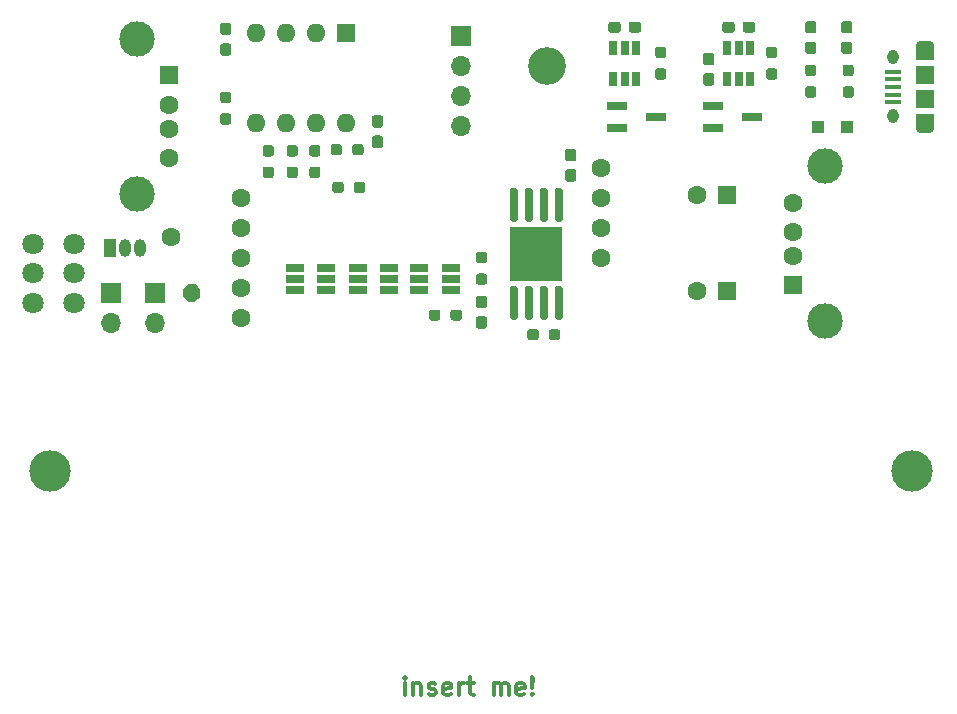
<source format=gbr>
%TF.GenerationSoftware,KiCad,Pcbnew,(5.1.9)-1*%
%TF.CreationDate,2021-05-12T15:20:05-07:00*%
%TF.ProjectId,vive_ups,76697665-5f75-4707-932e-6b696361645f,rev?*%
%TF.SameCoordinates,Original*%
%TF.FileFunction,Soldermask,Top*%
%TF.FilePolarity,Negative*%
%FSLAX46Y46*%
G04 Gerber Fmt 4.6, Leading zero omitted, Abs format (unit mm)*
G04 Created by KiCad (PCBNEW (5.1.9)-1) date 2021-05-12 15:20:05*
%MOMM*%
%LPD*%
G01*
G04 APERTURE LIST*
%ADD10C,0.300000*%
%ADD11C,1.600000*%
%ADD12O,1.700000X1.700000*%
%ADD13R,1.700000X1.700000*%
%ADD14R,1.000000X1.000000*%
%ADD15C,3.200000*%
%ADD16R,4.450001X4.570001*%
%ADD17R,1.600000X1.600000*%
%ADD18C,1.800000*%
%ADD19O,1.550000X0.890000*%
%ADD20R,1.550000X1.200000*%
%ADD21R,1.550000X1.500000*%
%ADD22O,0.950000X1.250000*%
%ADD23R,1.350000X0.400000*%
%ADD24C,3.500000*%
%ADD25R,1.560000X0.650000*%
%ADD26R,1.500000X1.600000*%
%ADD27C,3.000000*%
%ADD28O,1.600000X1.600000*%
%ADD29R,0.650000X1.220000*%
%ADD30R,1.000000X1.500000*%
%ADD31O,1.000000X1.500000*%
%ADD32R,1.800000X0.800000*%
G04 APERTURE END LIST*
D10*
X96715142Y-152062571D02*
X96715142Y-151062571D01*
X96715142Y-150562571D02*
X96643714Y-150634000D01*
X96715142Y-150705428D01*
X96786571Y-150634000D01*
X96715142Y-150562571D01*
X96715142Y-150705428D01*
X97429428Y-151062571D02*
X97429428Y-152062571D01*
X97429428Y-151205428D02*
X97500857Y-151134000D01*
X97643714Y-151062571D01*
X97858000Y-151062571D01*
X98000857Y-151134000D01*
X98072285Y-151276857D01*
X98072285Y-152062571D01*
X98715142Y-151991142D02*
X98858000Y-152062571D01*
X99143714Y-152062571D01*
X99286571Y-151991142D01*
X99358000Y-151848285D01*
X99358000Y-151776857D01*
X99286571Y-151634000D01*
X99143714Y-151562571D01*
X98929428Y-151562571D01*
X98786571Y-151491142D01*
X98715142Y-151348285D01*
X98715142Y-151276857D01*
X98786571Y-151134000D01*
X98929428Y-151062571D01*
X99143714Y-151062571D01*
X99286571Y-151134000D01*
X100572285Y-151991142D02*
X100429428Y-152062571D01*
X100143714Y-152062571D01*
X100000857Y-151991142D01*
X99929428Y-151848285D01*
X99929428Y-151276857D01*
X100000857Y-151134000D01*
X100143714Y-151062571D01*
X100429428Y-151062571D01*
X100572285Y-151134000D01*
X100643714Y-151276857D01*
X100643714Y-151419714D01*
X99929428Y-151562571D01*
X101286571Y-152062571D02*
X101286571Y-151062571D01*
X101286571Y-151348285D02*
X101358000Y-151205428D01*
X101429428Y-151134000D01*
X101572285Y-151062571D01*
X101715142Y-151062571D01*
X102000857Y-151062571D02*
X102572285Y-151062571D01*
X102215142Y-150562571D02*
X102215142Y-151848285D01*
X102286571Y-151991142D01*
X102429428Y-152062571D01*
X102572285Y-152062571D01*
X104215142Y-152062571D02*
X104215142Y-151062571D01*
X104215142Y-151205428D02*
X104286571Y-151134000D01*
X104429428Y-151062571D01*
X104643714Y-151062571D01*
X104786571Y-151134000D01*
X104858000Y-151276857D01*
X104858000Y-152062571D01*
X104858000Y-151276857D02*
X104929428Y-151134000D01*
X105072285Y-151062571D01*
X105286571Y-151062571D01*
X105429428Y-151134000D01*
X105500857Y-151276857D01*
X105500857Y-152062571D01*
X106786571Y-151991142D02*
X106643714Y-152062571D01*
X106358000Y-152062571D01*
X106215142Y-151991142D01*
X106143714Y-151848285D01*
X106143714Y-151276857D01*
X106215142Y-151134000D01*
X106358000Y-151062571D01*
X106643714Y-151062571D01*
X106786571Y-151134000D01*
X106858000Y-151276857D01*
X106858000Y-151419714D01*
X106143714Y-151562571D01*
X107500857Y-151919714D02*
X107572285Y-151991142D01*
X107500857Y-152062571D01*
X107429428Y-151991142D01*
X107500857Y-151919714D01*
X107500857Y-152062571D01*
X107500857Y-151491142D02*
X107429428Y-150634000D01*
X107500857Y-150562571D01*
X107572285Y-150634000D01*
X107500857Y-151491142D01*
X107500857Y-150562571D01*
%TO.C,R13*%
G36*
G01*
X78375046Y-117255085D02*
X78375046Y-117255085D01*
G75*
G02*
X79400416Y-117733223I273616J-751754D01*
G01*
X79400416Y-117733223D01*
G75*
G02*
X78922278Y-118758593I-751754J-273616D01*
G01*
X78922278Y-118758593D01*
G75*
G02*
X77896908Y-118280455I-273616J751754D01*
G01*
X77896908Y-118280455D01*
G75*
G02*
X78375046Y-117255085I751754J273616D01*
G01*
G37*
D11*
X76911200Y-113233200D03*
%TD*%
%TO.C,C1*%
G36*
G01*
X94623900Y-104018200D02*
X94148900Y-104018200D01*
G75*
G02*
X93911400Y-103780700I0J237500D01*
G01*
X93911400Y-103180700D01*
G75*
G02*
X94148900Y-102943200I237500J0D01*
G01*
X94623900Y-102943200D01*
G75*
G02*
X94861400Y-103180700I0J-237500D01*
G01*
X94861400Y-103780700D01*
G75*
G02*
X94623900Y-104018200I-237500J0D01*
G01*
G37*
G36*
G01*
X94623900Y-105743200D02*
X94148900Y-105743200D01*
G75*
G02*
X93911400Y-105505700I0J237500D01*
G01*
X93911400Y-104905700D01*
G75*
G02*
X94148900Y-104668200I237500J0D01*
G01*
X94623900Y-104668200D01*
G75*
G02*
X94861400Y-104905700I0J-237500D01*
G01*
X94861400Y-105505700D01*
G75*
G02*
X94623900Y-105743200I-237500J0D01*
G01*
G37*
%TD*%
D12*
%TO.C,J3*%
X101447600Y-103835200D03*
X101447600Y-101295200D03*
X101447600Y-98755200D03*
D13*
X101447600Y-96215200D03*
%TD*%
D12*
%TO.C,BZ2*%
X71780400Y-120548400D03*
D13*
X71780400Y-118008400D03*
%TD*%
%TO.C,R14*%
G36*
G01*
X81296500Y-102787000D02*
X81771500Y-102787000D01*
G75*
G02*
X82009000Y-103024500I0J-237500D01*
G01*
X82009000Y-103524500D01*
G75*
G02*
X81771500Y-103762000I-237500J0D01*
G01*
X81296500Y-103762000D01*
G75*
G02*
X81059000Y-103524500I0J237500D01*
G01*
X81059000Y-103024500D01*
G75*
G02*
X81296500Y-102787000I237500J0D01*
G01*
G37*
G36*
G01*
X81296500Y-100962000D02*
X81771500Y-100962000D01*
G75*
G02*
X82009000Y-101199500I0J-237500D01*
G01*
X82009000Y-101699500D01*
G75*
G02*
X81771500Y-101937000I-237500J0D01*
G01*
X81296500Y-101937000D01*
G75*
G02*
X81059000Y-101699500I0J237500D01*
G01*
X81059000Y-101199500D01*
G75*
G02*
X81296500Y-100962000I237500J0D01*
G01*
G37*
%TD*%
D14*
%TO.C,D4*%
X134142800Y-103987600D03*
X131642800Y-103987600D03*
%TD*%
%TO.C,D1*%
G36*
G01*
X81771500Y-96170000D02*
X81296500Y-96170000D01*
G75*
G02*
X81059000Y-95932500I0J237500D01*
G01*
X81059000Y-95357500D01*
G75*
G02*
X81296500Y-95120000I237500J0D01*
G01*
X81771500Y-95120000D01*
G75*
G02*
X82009000Y-95357500I0J-237500D01*
G01*
X82009000Y-95932500D01*
G75*
G02*
X81771500Y-96170000I-237500J0D01*
G01*
G37*
G36*
G01*
X81771500Y-97920000D02*
X81296500Y-97920000D01*
G75*
G02*
X81059000Y-97682500I0J237500D01*
G01*
X81059000Y-97107500D01*
G75*
G02*
X81296500Y-96870000I237500J0D01*
G01*
X81771500Y-96870000D01*
G75*
G02*
X82009000Y-97107500I0J-237500D01*
G01*
X82009000Y-97682500D01*
G75*
G02*
X81771500Y-97920000I-237500J0D01*
G01*
G37*
%TD*%
D15*
%TO.C,H1*%
X108712000Y-98806000D03*
%TD*%
D16*
%TO.C,U5*%
X107823000Y-114681000D03*
G36*
G01*
X106093000Y-111956000D02*
X105743000Y-111956000D01*
G75*
G02*
X105568000Y-111781000I0J175000D01*
G01*
X105568000Y-109281000D01*
G75*
G02*
X105743000Y-109106000I175000J0D01*
G01*
X106093000Y-109106000D01*
G75*
G02*
X106268000Y-109281000I0J-175000D01*
G01*
X106268000Y-111781000D01*
G75*
G02*
X106093000Y-111956000I-175000J0D01*
G01*
G37*
G36*
G01*
X107363000Y-111956000D02*
X107013000Y-111956000D01*
G75*
G02*
X106838000Y-111781000I0J175000D01*
G01*
X106838000Y-109281000D01*
G75*
G02*
X107013000Y-109106000I175000J0D01*
G01*
X107363000Y-109106000D01*
G75*
G02*
X107538000Y-109281000I0J-175000D01*
G01*
X107538000Y-111781000D01*
G75*
G02*
X107363000Y-111956000I-175000J0D01*
G01*
G37*
G36*
G01*
X108633000Y-111956000D02*
X108283000Y-111956000D01*
G75*
G02*
X108108000Y-111781000I0J175000D01*
G01*
X108108000Y-109281000D01*
G75*
G02*
X108283000Y-109106000I175000J0D01*
G01*
X108633000Y-109106000D01*
G75*
G02*
X108808000Y-109281000I0J-175000D01*
G01*
X108808000Y-111781000D01*
G75*
G02*
X108633000Y-111956000I-175000J0D01*
G01*
G37*
G36*
G01*
X109903000Y-111956000D02*
X109553000Y-111956000D01*
G75*
G02*
X109378000Y-111781000I0J175000D01*
G01*
X109378000Y-109281000D01*
G75*
G02*
X109553000Y-109106000I175000J0D01*
G01*
X109903000Y-109106000D01*
G75*
G02*
X110078000Y-109281000I0J-175000D01*
G01*
X110078000Y-111781000D01*
G75*
G02*
X109903000Y-111956000I-175000J0D01*
G01*
G37*
G36*
G01*
X109903000Y-120256000D02*
X109553000Y-120256000D01*
G75*
G02*
X109378000Y-120081000I0J175000D01*
G01*
X109378000Y-117581000D01*
G75*
G02*
X109553000Y-117406000I175000J0D01*
G01*
X109903000Y-117406000D01*
G75*
G02*
X110078000Y-117581000I0J-175000D01*
G01*
X110078000Y-120081000D01*
G75*
G02*
X109903000Y-120256000I-175000J0D01*
G01*
G37*
G36*
G01*
X108633000Y-120256000D02*
X108283000Y-120256000D01*
G75*
G02*
X108108000Y-120081000I0J175000D01*
G01*
X108108000Y-117581000D01*
G75*
G02*
X108283000Y-117406000I175000J0D01*
G01*
X108633000Y-117406000D01*
G75*
G02*
X108808000Y-117581000I0J-175000D01*
G01*
X108808000Y-120081000D01*
G75*
G02*
X108633000Y-120256000I-175000J0D01*
G01*
G37*
G36*
G01*
X107363000Y-120256000D02*
X107013000Y-120256000D01*
G75*
G02*
X106838000Y-120081000I0J175000D01*
G01*
X106838000Y-117581000D01*
G75*
G02*
X107013000Y-117406000I175000J0D01*
G01*
X107363000Y-117406000D01*
G75*
G02*
X107538000Y-117581000I0J-175000D01*
G01*
X107538000Y-120081000D01*
G75*
G02*
X107363000Y-120256000I-175000J0D01*
G01*
G37*
G36*
G01*
X106093000Y-120256000D02*
X105743000Y-120256000D01*
G75*
G02*
X105568000Y-120081000I0J175000D01*
G01*
X105568000Y-117581000D01*
G75*
G02*
X105743000Y-117406000I175000J0D01*
G01*
X106093000Y-117406000D01*
G75*
G02*
X106268000Y-117581000I0J-175000D01*
G01*
X106268000Y-120081000D01*
G75*
G02*
X106093000Y-120256000I-175000J0D01*
G01*
G37*
%TD*%
D11*
%TO.C,C5*%
X121452000Y-109728000D03*
D17*
X123952000Y-109728000D03*
%TD*%
D11*
%TO.C,U9*%
X113294000Y-115062000D03*
X113294000Y-112522000D03*
X113294000Y-109982000D03*
X113294000Y-107442000D03*
X82794000Y-120142000D03*
X82794000Y-117602000D03*
X82794000Y-115062000D03*
X82794000Y-112522000D03*
X82794000Y-109982000D03*
%TD*%
D12*
%TO.C,BZ1*%
X75539600Y-120548400D03*
D13*
X75539600Y-118008400D03*
%TD*%
D18*
%TO.C,SW1*%
X65254400Y-113832000D03*
X65254400Y-116332000D03*
X65254400Y-118832000D03*
X68654400Y-113832000D03*
X68654400Y-116332000D03*
X68654400Y-118832000D03*
%TD*%
%TO.C,R10*%
G36*
G01*
X92233300Y-106104700D02*
X92233300Y-105629700D01*
G75*
G02*
X92470800Y-105392200I237500J0D01*
G01*
X92970800Y-105392200D01*
G75*
G02*
X93208300Y-105629700I0J-237500D01*
G01*
X93208300Y-106104700D01*
G75*
G02*
X92970800Y-106342200I-237500J0D01*
G01*
X92470800Y-106342200D01*
G75*
G02*
X92233300Y-106104700I0J237500D01*
G01*
G37*
G36*
G01*
X90408300Y-106104700D02*
X90408300Y-105629700D01*
G75*
G02*
X90645800Y-105392200I237500J0D01*
G01*
X91145800Y-105392200D01*
G75*
G02*
X91383300Y-105629700I0J-237500D01*
G01*
X91383300Y-106104700D01*
G75*
G02*
X91145800Y-106342200I-237500J0D01*
G01*
X90645800Y-106342200D01*
G75*
G02*
X90408300Y-106104700I0J237500D01*
G01*
G37*
%TD*%
D19*
%TO.C,J2*%
X140771400Y-97058600D03*
X140771400Y-104058600D03*
D20*
X140771400Y-97658600D03*
X140771400Y-103458600D03*
D21*
X140771400Y-99558600D03*
X140771400Y-101558600D03*
D22*
X138071400Y-98058600D03*
X138071400Y-103058600D03*
D23*
X138071400Y-99258600D03*
X138071400Y-99908600D03*
X138071400Y-100558600D03*
X138071400Y-101208600D03*
X138071400Y-101858600D03*
%TD*%
D24*
%TO.C,BT1*%
X139624000Y-133096000D03*
X66624000Y-133096000D03*
%TD*%
D11*
%TO.C,C9*%
X121452000Y-117856000D03*
D17*
X123952000Y-117856000D03*
%TD*%
D25*
%TO.C,U2*%
X100600500Y-116840000D03*
X100600500Y-115890000D03*
X100600500Y-117790000D03*
X97900500Y-117790000D03*
X97900500Y-116840000D03*
X97900500Y-115890000D03*
%TD*%
%TO.C,R5*%
G36*
G01*
X108883000Y-121776500D02*
X108883000Y-121301500D01*
G75*
G02*
X109120500Y-121064000I237500J0D01*
G01*
X109620500Y-121064000D01*
G75*
G02*
X109858000Y-121301500I0J-237500D01*
G01*
X109858000Y-121776500D01*
G75*
G02*
X109620500Y-122014000I-237500J0D01*
G01*
X109120500Y-122014000D01*
G75*
G02*
X108883000Y-121776500I0J237500D01*
G01*
G37*
G36*
G01*
X107058000Y-121776500D02*
X107058000Y-121301500D01*
G75*
G02*
X107295500Y-121064000I237500J0D01*
G01*
X107795500Y-121064000D01*
G75*
G02*
X108033000Y-121301500I0J-237500D01*
G01*
X108033000Y-121776500D01*
G75*
G02*
X107795500Y-122014000I-237500J0D01*
G01*
X107295500Y-122014000D01*
G75*
G02*
X107058000Y-121776500I0J237500D01*
G01*
G37*
%TD*%
%TO.C,R4*%
G36*
G01*
X131301500Y-99651000D02*
X130826500Y-99651000D01*
G75*
G02*
X130589000Y-99413500I0J237500D01*
G01*
X130589000Y-98913500D01*
G75*
G02*
X130826500Y-98676000I237500J0D01*
G01*
X131301500Y-98676000D01*
G75*
G02*
X131539000Y-98913500I0J-237500D01*
G01*
X131539000Y-99413500D01*
G75*
G02*
X131301500Y-99651000I-237500J0D01*
G01*
G37*
G36*
G01*
X131301500Y-101476000D02*
X130826500Y-101476000D01*
G75*
G02*
X130589000Y-101238500I0J237500D01*
G01*
X130589000Y-100738500D01*
G75*
G02*
X130826500Y-100501000I237500J0D01*
G01*
X131301500Y-100501000D01*
G75*
G02*
X131539000Y-100738500I0J-237500D01*
G01*
X131539000Y-101238500D01*
G75*
G02*
X131301500Y-101476000I-237500J0D01*
G01*
G37*
%TD*%
%TO.C,R3*%
G36*
G01*
X134001500Y-100501000D02*
X134476500Y-100501000D01*
G75*
G02*
X134714000Y-100738500I0J-237500D01*
G01*
X134714000Y-101238500D01*
G75*
G02*
X134476500Y-101476000I-237500J0D01*
G01*
X134001500Y-101476000D01*
G75*
G02*
X133764000Y-101238500I0J237500D01*
G01*
X133764000Y-100738500D01*
G75*
G02*
X134001500Y-100501000I237500J0D01*
G01*
G37*
G36*
G01*
X134001500Y-98676000D02*
X134476500Y-98676000D01*
G75*
G02*
X134714000Y-98913500I0J-237500D01*
G01*
X134714000Y-99413500D01*
G75*
G02*
X134476500Y-99651000I-237500J0D01*
G01*
X134001500Y-99651000D01*
G75*
G02*
X133764000Y-99413500I0J237500D01*
G01*
X133764000Y-98913500D01*
G75*
G02*
X134001500Y-98676000I237500J0D01*
G01*
G37*
%TD*%
%TO.C,D3*%
G36*
G01*
X131301500Y-96029000D02*
X130826500Y-96029000D01*
G75*
G02*
X130589000Y-95791500I0J237500D01*
G01*
X130589000Y-95216500D01*
G75*
G02*
X130826500Y-94979000I237500J0D01*
G01*
X131301500Y-94979000D01*
G75*
G02*
X131539000Y-95216500I0J-237500D01*
G01*
X131539000Y-95791500D01*
G75*
G02*
X131301500Y-96029000I-237500J0D01*
G01*
G37*
G36*
G01*
X131301500Y-97779000D02*
X130826500Y-97779000D01*
G75*
G02*
X130589000Y-97541500I0J237500D01*
G01*
X130589000Y-96966500D01*
G75*
G02*
X130826500Y-96729000I237500J0D01*
G01*
X131301500Y-96729000D01*
G75*
G02*
X131539000Y-96966500I0J-237500D01*
G01*
X131539000Y-97541500D01*
G75*
G02*
X131301500Y-97779000I-237500J0D01*
G01*
G37*
%TD*%
%TO.C,D2*%
G36*
G01*
X134349500Y-96029000D02*
X133874500Y-96029000D01*
G75*
G02*
X133637000Y-95791500I0J237500D01*
G01*
X133637000Y-95216500D01*
G75*
G02*
X133874500Y-94979000I237500J0D01*
G01*
X134349500Y-94979000D01*
G75*
G02*
X134587000Y-95216500I0J-237500D01*
G01*
X134587000Y-95791500D01*
G75*
G02*
X134349500Y-96029000I-237500J0D01*
G01*
G37*
G36*
G01*
X134349500Y-97779000D02*
X133874500Y-97779000D01*
G75*
G02*
X133637000Y-97541500I0J237500D01*
G01*
X133637000Y-96966500D01*
G75*
G02*
X133874500Y-96729000I237500J0D01*
G01*
X134349500Y-96729000D01*
G75*
G02*
X134587000Y-96966500I0J-237500D01*
G01*
X134587000Y-97541500D01*
G75*
G02*
X134349500Y-97779000I-237500J0D01*
G01*
G37*
%TD*%
%TO.C,C4*%
G36*
G01*
X110981500Y-106863000D02*
X110506500Y-106863000D01*
G75*
G02*
X110269000Y-106625500I0J237500D01*
G01*
X110269000Y-106025500D01*
G75*
G02*
X110506500Y-105788000I237500J0D01*
G01*
X110981500Y-105788000D01*
G75*
G02*
X111219000Y-106025500I0J-237500D01*
G01*
X111219000Y-106625500D01*
G75*
G02*
X110981500Y-106863000I-237500J0D01*
G01*
G37*
G36*
G01*
X110981500Y-108588000D02*
X110506500Y-108588000D01*
G75*
G02*
X110269000Y-108350500I0J237500D01*
G01*
X110269000Y-107750500D01*
G75*
G02*
X110506500Y-107513000I237500J0D01*
G01*
X110981500Y-107513000D01*
G75*
G02*
X111219000Y-107750500I0J-237500D01*
G01*
X111219000Y-108350500D01*
G75*
G02*
X110981500Y-108588000I-237500J0D01*
G01*
G37*
%TD*%
%TO.C,U3*%
X95393500Y-116840000D03*
X95393500Y-115890000D03*
X95393500Y-117790000D03*
X92693500Y-117790000D03*
X92693500Y-116840000D03*
X92693500Y-115890000D03*
%TD*%
D11*
%TO.C,J4*%
X129540000Y-110348000D03*
X129540000Y-112848000D03*
X129540000Y-114848000D03*
D26*
X129540000Y-117348000D03*
D27*
X132250000Y-107278000D03*
X132250000Y-120418000D03*
%TD*%
D11*
%TO.C,J1*%
X76751000Y-106590000D03*
X76751000Y-104090000D03*
X76751000Y-102090000D03*
D26*
X76751000Y-99590000D03*
D27*
X74041000Y-109660000D03*
X74041000Y-96520000D03*
%TD*%
D28*
%TO.C,U8*%
X91757500Y-103632000D03*
X84137500Y-96012000D03*
X89217500Y-103632000D03*
X86677500Y-96012000D03*
X86677500Y-103632000D03*
X89217500Y-96012000D03*
X84137500Y-103632000D03*
D17*
X91757500Y-96012000D03*
%TD*%
D29*
%TO.C,U7*%
X125918000Y-99862000D03*
X124968000Y-99862000D03*
X124018000Y-99862000D03*
X124018000Y-97242000D03*
X124968000Y-97242000D03*
X125918000Y-97242000D03*
%TD*%
%TO.C,U6*%
X116266000Y-99862000D03*
X115316000Y-99862000D03*
X114366000Y-99862000D03*
X114366000Y-97242000D03*
X115316000Y-97242000D03*
X116266000Y-97242000D03*
%TD*%
D25*
%TO.C,U4*%
X87359500Y-116840000D03*
X87359500Y-117790000D03*
X87359500Y-115890000D03*
X90059500Y-115890000D03*
X90059500Y-116840000D03*
X90059500Y-117790000D03*
%TD*%
%TO.C,R12*%
G36*
G01*
X127999500Y-98127000D02*
X127524500Y-98127000D01*
G75*
G02*
X127287000Y-97889500I0J237500D01*
G01*
X127287000Y-97389500D01*
G75*
G02*
X127524500Y-97152000I237500J0D01*
G01*
X127999500Y-97152000D01*
G75*
G02*
X128237000Y-97389500I0J-237500D01*
G01*
X128237000Y-97889500D01*
G75*
G02*
X127999500Y-98127000I-237500J0D01*
G01*
G37*
G36*
G01*
X127999500Y-99952000D02*
X127524500Y-99952000D01*
G75*
G02*
X127287000Y-99714500I0J237500D01*
G01*
X127287000Y-99214500D01*
G75*
G02*
X127524500Y-98977000I237500J0D01*
G01*
X127999500Y-98977000D01*
G75*
G02*
X128237000Y-99214500I0J-237500D01*
G01*
X128237000Y-99714500D01*
G75*
G02*
X127999500Y-99952000I-237500J0D01*
G01*
G37*
%TD*%
%TO.C,R11*%
G36*
G01*
X118601500Y-98127000D02*
X118126500Y-98127000D01*
G75*
G02*
X117889000Y-97889500I0J237500D01*
G01*
X117889000Y-97389500D01*
G75*
G02*
X118126500Y-97152000I237500J0D01*
G01*
X118601500Y-97152000D01*
G75*
G02*
X118839000Y-97389500I0J-237500D01*
G01*
X118839000Y-97889500D01*
G75*
G02*
X118601500Y-98127000I-237500J0D01*
G01*
G37*
G36*
G01*
X118601500Y-99952000D02*
X118126500Y-99952000D01*
G75*
G02*
X117889000Y-99714500I0J237500D01*
G01*
X117889000Y-99214500D01*
G75*
G02*
X118126500Y-98977000I237500J0D01*
G01*
X118601500Y-98977000D01*
G75*
G02*
X118839000Y-99214500I0J-237500D01*
G01*
X118839000Y-99714500D01*
G75*
G02*
X118601500Y-99952000I-237500J0D01*
G01*
G37*
%TD*%
%TO.C,R9*%
G36*
G01*
X88840300Y-107308200D02*
X89315300Y-107308200D01*
G75*
G02*
X89552800Y-107545700I0J-237500D01*
G01*
X89552800Y-108045700D01*
G75*
G02*
X89315300Y-108283200I-237500J0D01*
G01*
X88840300Y-108283200D01*
G75*
G02*
X88602800Y-108045700I0J237500D01*
G01*
X88602800Y-107545700D01*
G75*
G02*
X88840300Y-107308200I237500J0D01*
G01*
G37*
G36*
G01*
X88840300Y-105483200D02*
X89315300Y-105483200D01*
G75*
G02*
X89552800Y-105720700I0J-237500D01*
G01*
X89552800Y-106220700D01*
G75*
G02*
X89315300Y-106458200I-237500J0D01*
G01*
X88840300Y-106458200D01*
G75*
G02*
X88602800Y-106220700I0J237500D01*
G01*
X88602800Y-105720700D01*
G75*
G02*
X88840300Y-105483200I237500J0D01*
G01*
G37*
%TD*%
%TO.C,R8*%
G36*
G01*
X86935300Y-107308200D02*
X87410300Y-107308200D01*
G75*
G02*
X87647800Y-107545700I0J-237500D01*
G01*
X87647800Y-108045700D01*
G75*
G02*
X87410300Y-108283200I-237500J0D01*
G01*
X86935300Y-108283200D01*
G75*
G02*
X86697800Y-108045700I0J237500D01*
G01*
X86697800Y-107545700D01*
G75*
G02*
X86935300Y-107308200I237500J0D01*
G01*
G37*
G36*
G01*
X86935300Y-105483200D02*
X87410300Y-105483200D01*
G75*
G02*
X87647800Y-105720700I0J-237500D01*
G01*
X87647800Y-106220700D01*
G75*
G02*
X87410300Y-106458200I-237500J0D01*
G01*
X86935300Y-106458200D01*
G75*
G02*
X86697800Y-106220700I0J237500D01*
G01*
X86697800Y-105720700D01*
G75*
G02*
X86935300Y-105483200I237500J0D01*
G01*
G37*
%TD*%
%TO.C,R7*%
G36*
G01*
X85378300Y-106458200D02*
X84903300Y-106458200D01*
G75*
G02*
X84665800Y-106220700I0J237500D01*
G01*
X84665800Y-105720700D01*
G75*
G02*
X84903300Y-105483200I237500J0D01*
G01*
X85378300Y-105483200D01*
G75*
G02*
X85615800Y-105720700I0J-237500D01*
G01*
X85615800Y-106220700D01*
G75*
G02*
X85378300Y-106458200I-237500J0D01*
G01*
G37*
G36*
G01*
X85378300Y-108283200D02*
X84903300Y-108283200D01*
G75*
G02*
X84665800Y-108045700I0J237500D01*
G01*
X84665800Y-107545700D01*
G75*
G02*
X84903300Y-107308200I237500J0D01*
G01*
X85378300Y-107308200D01*
G75*
G02*
X85615800Y-107545700I0J-237500D01*
G01*
X85615800Y-108045700D01*
G75*
G02*
X85378300Y-108283200I-237500J0D01*
G01*
G37*
%TD*%
%TO.C,R6*%
G36*
G01*
X91523000Y-108830100D02*
X91523000Y-109305100D01*
G75*
G02*
X91285500Y-109542600I-237500J0D01*
G01*
X90785500Y-109542600D01*
G75*
G02*
X90548000Y-109305100I0J237500D01*
G01*
X90548000Y-108830100D01*
G75*
G02*
X90785500Y-108592600I237500J0D01*
G01*
X91285500Y-108592600D01*
G75*
G02*
X91523000Y-108830100I0J-237500D01*
G01*
G37*
G36*
G01*
X93348000Y-108830100D02*
X93348000Y-109305100D01*
G75*
G02*
X93110500Y-109542600I-237500J0D01*
G01*
X92610500Y-109542600D01*
G75*
G02*
X92373000Y-109305100I0J237500D01*
G01*
X92373000Y-108830100D01*
G75*
G02*
X92610500Y-108592600I237500J0D01*
G01*
X93110500Y-108592600D01*
G75*
G02*
X93348000Y-108830100I0J-237500D01*
G01*
G37*
%TD*%
%TO.C,R2*%
G36*
G01*
X100564500Y-120125500D02*
X100564500Y-119650500D01*
G75*
G02*
X100802000Y-119413000I237500J0D01*
G01*
X101302000Y-119413000D01*
G75*
G02*
X101539500Y-119650500I0J-237500D01*
G01*
X101539500Y-120125500D01*
G75*
G02*
X101302000Y-120363000I-237500J0D01*
G01*
X100802000Y-120363000D01*
G75*
G02*
X100564500Y-120125500I0J237500D01*
G01*
G37*
G36*
G01*
X98739500Y-120125500D02*
X98739500Y-119650500D01*
G75*
G02*
X98977000Y-119413000I237500J0D01*
G01*
X99477000Y-119413000D01*
G75*
G02*
X99714500Y-119650500I0J-237500D01*
G01*
X99714500Y-120125500D01*
G75*
G02*
X99477000Y-120363000I-237500J0D01*
G01*
X98977000Y-120363000D01*
G75*
G02*
X98739500Y-120125500I0J237500D01*
G01*
G37*
%TD*%
%TO.C,R1*%
G36*
G01*
X102950000Y-116352500D02*
X103425000Y-116352500D01*
G75*
G02*
X103662500Y-116590000I0J-237500D01*
G01*
X103662500Y-117090000D01*
G75*
G02*
X103425000Y-117327500I-237500J0D01*
G01*
X102950000Y-117327500D01*
G75*
G02*
X102712500Y-117090000I0J237500D01*
G01*
X102712500Y-116590000D01*
G75*
G02*
X102950000Y-116352500I237500J0D01*
G01*
G37*
G36*
G01*
X102950000Y-114527500D02*
X103425000Y-114527500D01*
G75*
G02*
X103662500Y-114765000I0J-237500D01*
G01*
X103662500Y-115265000D01*
G75*
G02*
X103425000Y-115502500I-237500J0D01*
G01*
X102950000Y-115502500D01*
G75*
G02*
X102712500Y-115265000I0J237500D01*
G01*
X102712500Y-114765000D01*
G75*
G02*
X102950000Y-114527500I237500J0D01*
G01*
G37*
%TD*%
D30*
%TO.C,Q1*%
X71729600Y-114198400D03*
D31*
X74269600Y-114198400D03*
X72999600Y-114198400D03*
%TD*%
D32*
%TO.C,Q3*%
X126110000Y-103124000D03*
X122810000Y-104074000D03*
X122810000Y-102174000D03*
%TD*%
%TO.C,Q2*%
X117982000Y-103124000D03*
X114682000Y-104074000D03*
X114682000Y-102174000D03*
%TD*%
%TO.C,C8*%
G36*
G01*
X124643000Y-95266500D02*
X124643000Y-95741500D01*
G75*
G02*
X124405500Y-95979000I-237500J0D01*
G01*
X123805500Y-95979000D01*
G75*
G02*
X123568000Y-95741500I0J237500D01*
G01*
X123568000Y-95266500D01*
G75*
G02*
X123805500Y-95029000I237500J0D01*
G01*
X124405500Y-95029000D01*
G75*
G02*
X124643000Y-95266500I0J-237500D01*
G01*
G37*
G36*
G01*
X126368000Y-95266500D02*
X126368000Y-95741500D01*
G75*
G02*
X126130500Y-95979000I-237500J0D01*
G01*
X125530500Y-95979000D01*
G75*
G02*
X125293000Y-95741500I0J237500D01*
G01*
X125293000Y-95266500D01*
G75*
G02*
X125530500Y-95029000I237500J0D01*
G01*
X126130500Y-95029000D01*
G75*
G02*
X126368000Y-95266500I0J-237500D01*
G01*
G37*
%TD*%
%TO.C,C7*%
G36*
G01*
X114991000Y-95266500D02*
X114991000Y-95741500D01*
G75*
G02*
X114753500Y-95979000I-237500J0D01*
G01*
X114153500Y-95979000D01*
G75*
G02*
X113916000Y-95741500I0J237500D01*
G01*
X113916000Y-95266500D01*
G75*
G02*
X114153500Y-95029000I237500J0D01*
G01*
X114753500Y-95029000D01*
G75*
G02*
X114991000Y-95266500I0J-237500D01*
G01*
G37*
G36*
G01*
X116716000Y-95266500D02*
X116716000Y-95741500D01*
G75*
G02*
X116478500Y-95979000I-237500J0D01*
G01*
X115878500Y-95979000D01*
G75*
G02*
X115641000Y-95741500I0J237500D01*
G01*
X115641000Y-95266500D01*
G75*
G02*
X115878500Y-95029000I237500J0D01*
G01*
X116478500Y-95029000D01*
G75*
G02*
X116716000Y-95266500I0J-237500D01*
G01*
G37*
%TD*%
%TO.C,C6*%
G36*
G01*
X122665500Y-98735000D02*
X122190500Y-98735000D01*
G75*
G02*
X121953000Y-98497500I0J237500D01*
G01*
X121953000Y-97897500D01*
G75*
G02*
X122190500Y-97660000I237500J0D01*
G01*
X122665500Y-97660000D01*
G75*
G02*
X122903000Y-97897500I0J-237500D01*
G01*
X122903000Y-98497500D01*
G75*
G02*
X122665500Y-98735000I-237500J0D01*
G01*
G37*
G36*
G01*
X122665500Y-100460000D02*
X122190500Y-100460000D01*
G75*
G02*
X121953000Y-100222500I0J237500D01*
G01*
X121953000Y-99622500D01*
G75*
G02*
X122190500Y-99385000I237500J0D01*
G01*
X122665500Y-99385000D01*
G75*
G02*
X122903000Y-99622500I0J-237500D01*
G01*
X122903000Y-100222500D01*
G75*
G02*
X122665500Y-100460000I-237500J0D01*
G01*
G37*
%TD*%
%TO.C,C2*%
G36*
G01*
X102950000Y-119959000D02*
X103425000Y-119959000D01*
G75*
G02*
X103662500Y-120196500I0J-237500D01*
G01*
X103662500Y-120796500D01*
G75*
G02*
X103425000Y-121034000I-237500J0D01*
G01*
X102950000Y-121034000D01*
G75*
G02*
X102712500Y-120796500I0J237500D01*
G01*
X102712500Y-120196500D01*
G75*
G02*
X102950000Y-119959000I237500J0D01*
G01*
G37*
G36*
G01*
X102950000Y-118234000D02*
X103425000Y-118234000D01*
G75*
G02*
X103662500Y-118471500I0J-237500D01*
G01*
X103662500Y-119071500D01*
G75*
G02*
X103425000Y-119309000I-237500J0D01*
G01*
X102950000Y-119309000D01*
G75*
G02*
X102712500Y-119071500I0J237500D01*
G01*
X102712500Y-118471500D01*
G75*
G02*
X102950000Y-118234000I237500J0D01*
G01*
G37*
%TD*%
M02*

</source>
